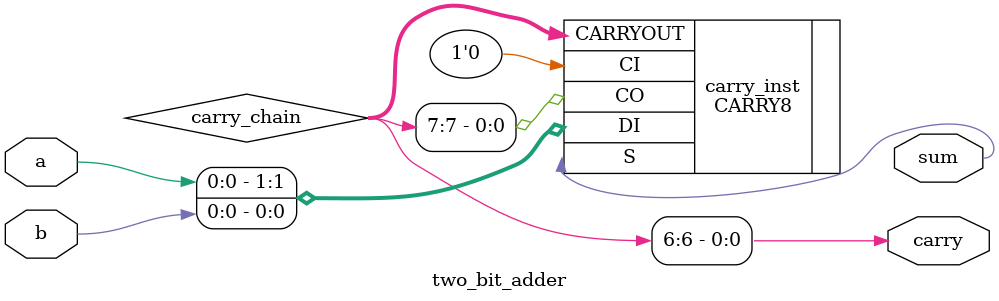
<source format=v>
module two_bit_adder (
    input a, b,
    output reg sum,
    output reg carry
);

wire [7:0] carry_chain;

CARRY8 carry_inst (
    .CO(carry_chain[7]),
    .CI(1'b0),
    .DI({a, b}),
    .S(sum),
    .CARRYOUT(carry_chain)
);

assign carry = carry_chain[6];

endmodule

</source>
